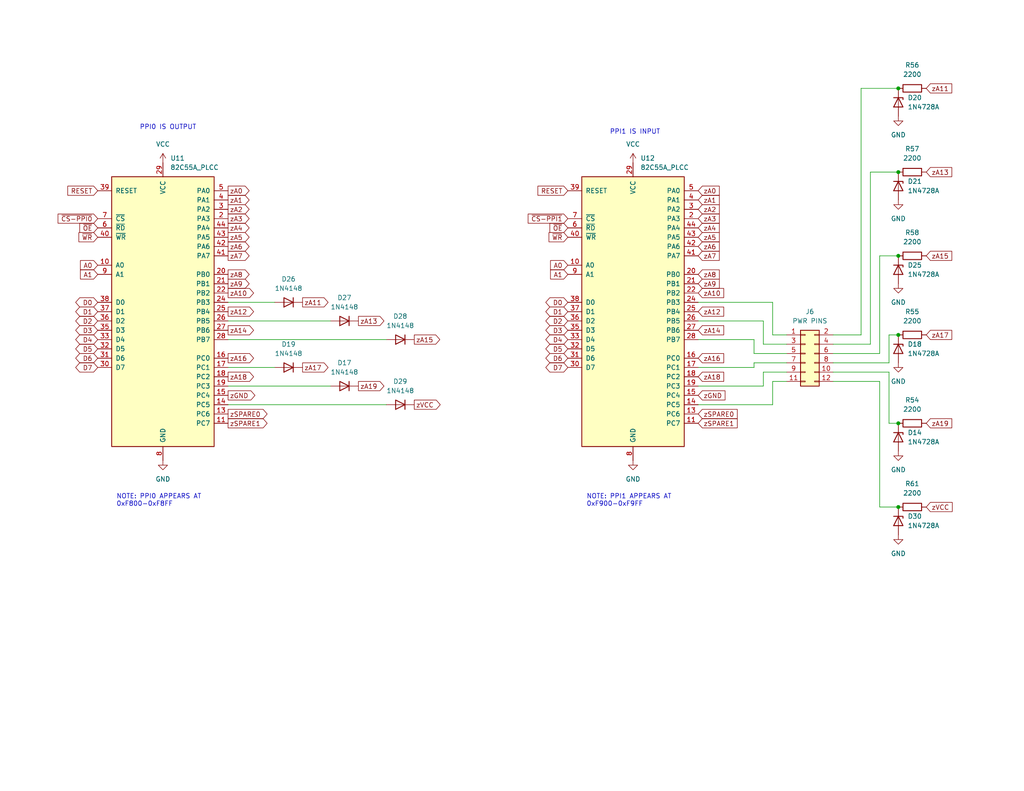
<source format=kicad_sch>
(kicad_sch (version 20211123) (generator eeschema)
  (paper "A")
  (lib_symbols
    (symbol "Connector_Generic:Conn_02x06_Odd_Even" (pin_names (offset 1.016) hide)
      (property "Reference" "J" (at 1.27 7.62 0))
      (property "Value" "Conn_02x06_Odd_Even" (at 1.27 -10.16 0))
      (symbol "Conn_02x06_Odd_Even_1_1"
        (rectangle (start -1.27 -7.493) (end 0 -7.747) (stroke (width 0.1524)))
        (rectangle (start -1.27 -4.953) (end 0 -5.207) (stroke (width 0.1524)))
        (rectangle (start -1.27 -2.413) (end 0 -2.667) (stroke (width 0.1524)))
        (rectangle (start -1.27 0.127) (end 0 -0.127) (stroke (width 0.1524)))
        (rectangle (start -1.27 2.667) (end 0 2.413) (stroke (width 0.1524)))
        (rectangle (start -1.27 5.207) (end 0 4.953) (stroke (width 0.1524)))
        (rectangle (start -1.27 6.35) (end 3.81 -8.89) (stroke (width 0.254)) (fill (type background)))
        (rectangle (start 3.81 -7.493) (end 2.54 -7.747) (stroke (width 0.1524)))
        (rectangle (start 3.81 -4.953) (end 2.54 -5.207) (stroke (width 0.1524)))
        (rectangle (start 3.81 -2.413) (end 2.54 -2.667) (stroke (width 0.1524)))
        (rectangle (start 3.81 0.127) (end 2.54 -0.127) (stroke (width 0.1524)))
        (rectangle (start 3.81 2.667) (end 2.54 2.413) (stroke (width 0.1524)))
        (rectangle (start 3.81 5.207) (end 2.54 4.953) (stroke (width 0.1524)))
        (pin passive line (at -5.08 5.08 0) (length 3.81) (name "Pin_1") (number "1"))
        (pin passive line (at 7.62 -5.08 180) (length 3.81) (name "Pin_10") (number "10"))
        (pin passive line (at -5.08 -7.62 0) (length 3.81) (name "Pin_11") (number "11"))
        (pin passive line (at 7.62 -7.62 180) (length 3.81) (name "Pin_12") (number "12"))
        (pin passive line (at 7.62 5.08 180) (length 3.81) (name "Pin_2") (number "2"))
        (pin passive line (at -5.08 2.54 0) (length 3.81) (name "Pin_3") (number "3"))
        (pin passive line (at 7.62 2.54 180) (length 3.81) (name "Pin_4") (number "4"))
        (pin passive line (at -5.08 0 0) (length 3.81) (name "Pin_5") (number "5"))
        (pin passive line (at 7.62 0 180) (length 3.81) (name "Pin_6") (number "6"))
        (pin passive line (at -5.08 -2.54 0) (length 3.81) (name "Pin_7") (number "7"))
        (pin passive line (at 7.62 -2.54 180) (length 3.81) (name "Pin_8") (number "8"))
        (pin passive line (at -5.08 -5.08 0) (length 3.81) (name "Pin_9") (number "9"))
      )
    )
    (symbol "Device:R" (pin_numbers hide) (pin_names (offset 0))
      (property "Reference" "R" (at 2.032 0 90))
      (property "Value" "R" (at 0 0 90))
      (symbol "R_0_1"
        (rectangle (start -1.016 -2.54) (end 1.016 2.54) (stroke (width 0.254)))
      )
      (symbol "R_1_1"
        (pin passive line (at 0 3.81 270) (length 1.27) (name "~") (number "1"))
        (pin passive line (at 0 -3.81 90) (length 1.27) (name "~") (number "2"))
      )
    )
    (symbol "Diode:1N4148" (pin_numbers hide) (pin_names hide)
      (property "Reference" "D" (at 0 2.54 0))
      (property "Value" "1N4148" (at 0 -2.54 0))
      (symbol "1N4148_0_1"
        (polyline (pts (xy -1.27 1.27) (xy -1.27 -1.27)) (stroke (width 0.254)))
        (polyline (pts (xy 1.27 0) (xy -1.27 0)))
        (polyline (pts (xy 1.27 1.27) (xy 1.27 -1.27) (xy -1.27 0) (xy 1.27 1.27)) (stroke (width 0.254)))
      )
      (symbol "1N4148_1_1"
        (pin passive line (at -3.81 0 0) (length 2.54) (name "K") (number "1"))
        (pin passive line (at 3.81 0 180) (length 2.54) (name "A") (number "2"))
      )
    )
    (symbol "Diode:1N47xxA" (pin_numbers hide) (pin_names hide)
      (property "Reference" "D" (at 0 2.54 0))
      (property "Value" "1N47xxA" (at 0 -2.54 0))
      (symbol "1N47xxA_0_1"
        (polyline (pts (xy 1.27 0) (xy -1.27 0)))
        (polyline (pts (xy -1.27 -1.27) (xy -1.27 1.27) (xy -0.762 1.27)) (stroke (width 0.254)))
        (polyline (pts (xy 1.27 -1.27) (xy 1.27 1.27) (xy -1.27 0) (xy 1.27 -1.27)) (stroke (width 0.254)))
      )
      (symbol "1N47xxA_1_1"
        (pin passive line (at -3.81 0 0) (length 2.54) (name "K") (number "1"))
        (pin passive line (at 3.81 0 180) (length 2.54) (name "A") (number "2"))
      )
    )
    (symbol "Interface:82C55A_PLCC" (pin_names (offset 1.016))
      (property "Reference" "U" (at -13.97 38.1 0))
      (property "Value" "82C55A_PLCC" (at 8.89 38.1 0))
      (symbol "82C55A_PLCC_1_1"
        (rectangle (start -13.97 -36.83) (end 13.97 36.83) (stroke (width 0.254)) (fill (type background)))
        (pin no_connect line (at -17.78 -22.86 0) (length 5.08) hide (name "NC") (number "1"))
        (pin input line (at -17.78 12.7 0) (length 3.81) (name "A0") (number "10"))
        (pin bidirectional line (at 17.78 -30.48 180) (length 3.81) (name "PC7") (number "11"))
        (pin no_connect line (at -17.78 -25.4 0) (length 5.08) hide (name "NC") (number "12"))
        (pin bidirectional line (at 17.78 -27.94 180) (length 3.81) (name "PC6") (number "13"))
        (pin bidirectional line (at 17.78 -25.4 180) (length 3.81) (name "PC5") (number "14"))
        (pin bidirectional line (at 17.78 -22.86 180) (length 3.81) (name "PC4") (number "15"))
        (pin bidirectional line (at 17.78 -12.7 180) (length 3.81) (name "PC0") (number "16"))
        (pin bidirectional line (at 17.78 -15.24 180) (length 3.81) (name "PC1") (number "17"))
        (pin bidirectional line (at 17.78 -17.78 180) (length 3.81) (name "PC2") (number "18"))
        (pin bidirectional line (at 17.78 -20.32 180) (length 3.81) (name "PC3") (number "19"))
        (pin bidirectional line (at 17.78 25.4 180) (length 3.81) (name "PA3") (number "2"))
        (pin bidirectional line (at 17.78 10.16 180) (length 3.81) (name "PB0") (number "20"))
        (pin bidirectional line (at 17.78 7.62 180) (length 3.81) (name "PB1") (number "21"))
        (pin bidirectional line (at 17.78 5.08 180) (length 3.81) (name "PB2") (number "22"))
        (pin no_connect line (at -17.78 -27.94 0) (length 5.08) hide (name "NC") (number "23"))
        (pin bidirectional line (at 17.78 2.54 180) (length 3.81) (name "PB3") (number "24"))
        (pin bidirectional line (at 17.78 0 180) (length 3.81) (name "PB4") (number "25"))
        (pin bidirectional line (at 17.78 -2.54 180) (length 3.81) (name "PB5") (number "26"))
        (pin bidirectional line (at 17.78 -5.08 180) (length 3.81) (name "PB6") (number "27"))
        (pin bidirectional line (at 17.78 -7.62 180) (length 3.81) (name "PB7") (number "28"))
        (pin power_in line (at 0 40.64 270) (length 3.81) (name "VCC") (number "29"))
        (pin bidirectional line (at 17.78 27.94 180) (length 3.81) (name "PA2") (number "3"))
        (pin bidirectional line (at -17.78 -15.24 0) (length 3.81) (name "D7") (number "30"))
        (pin bidirectional line (at -17.78 -12.7 0) (length 3.81) (name "D6") (number "31"))
        (pin bidirectional line (at -17.78 -10.16 0) (length 3.81) (name "D5") (number "32"))
        (pin bidirectional line (at -17.78 -7.62 0) (length 3.81) (name "D4") (number "33"))
        (pin no_connect line (at -17.78 -30.48 0) (length 5.08) hide (name "NC") (number "34"))
        (pin bidirectional line (at -17.78 -5.08 0) (length 3.81) (name "D3") (number "35"))
        (pin bidirectional line (at -17.78 -2.54 0) (length 3.81) (name "D2") (number "36"))
        (pin bidirectional line (at -17.78 0 0) (length 3.81) (name "D1") (number "37"))
        (pin bidirectional line (at -17.78 2.54 0) (length 3.81) (name "D0") (number "38"))
        (pin input line (at -17.78 33.02 0) (length 3.81) (name "RESET") (number "39"))
        (pin bidirectional line (at 17.78 30.48 180) (length 3.81) (name "PA1") (number "4"))
        (pin input line (at -17.78 20.32 0) (length 3.81) (name "~{WR}") (number "40"))
        (pin bidirectional line (at 17.78 15.24 180) (length 3.81) (name "PA7") (number "41"))
        (pin bidirectional line (at 17.78 17.78 180) (length 3.81) (name "PA6") (number "42"))
        (pin bidirectional line (at 17.78 20.32 180) (length 3.81) (name "PA5") (number "43"))
        (pin bidirectional line (at 17.78 22.86 180) (length 3.81) (name "PA4") (number "44"))
        (pin bidirectional line (at 17.78 33.02 180) (length 3.81) (name "PA0") (number "5"))
        (pin input line (at -17.78 22.86 0) (length 3.81) (name "~{RD}") (number "6"))
        (pin input line (at -17.78 25.4 0) (length 3.81) (name "~{CS}") (number "7"))
        (pin power_in line (at 0 -40.64 90) (length 3.81) (name "GND") (number "8"))
        (pin input line (at -17.78 10.16 0) (length 3.81) (name "A1") (number "9"))
      )
    )
    (symbol "power:GND" (power) (pin_names (offset 0))
      (property "Value" "GND" (at 0 -3.81 0))
      (symbol "GND_0_1"
        (polyline (pts (xy 0 0) (xy 0 -1.27) (xy 1.27 -1.27) (xy 0 -2.54) (xy -1.27 -1.27) (xy 0 -1.27)))
      )
      (symbol "GND_1_1"
        (pin power_in line (at 0 0 270) (length 0) hide (name "GND") (number "1"))
      )
    )
    (symbol "power:VCC" (power) (pin_names (offset 0))
      (property "Value" "VCC" (at 0 3.81 0))
      (symbol "VCC_0_1"
        (polyline (pts (xy -0.762 1.27) (xy 0 2.54)))
        (polyline (pts (xy 0 0) (xy 0 2.54)))
        (polyline (pts (xy 0 2.54) (xy 0.762 1.27)))
      )
      (symbol "VCC_1_1"
        (pin power_in line (at 0 0 90) (length 0) hide (name "VCC") (number "1"))
      )
    )
  )
  (junction (at 245.11 91.44))
  (junction (at 245.11 115.57))
  (junction (at 245.11 24.13))
  (junction (at 245.11 138.43))
  (junction (at 245.11 69.85))
  (junction (at 245.11 46.99))
  (wire (pts (xy 190.5 92.71) (xy 205.74 92.71)))
  (wire (pts (xy 205.74 92.71) (xy 205.74 96.52)))
  (wire (pts (xy 240.03 138.43) (xy 240.03 104.14)))
  (wire (pts (xy 242.57 101.6) (xy 242.57 115.57)))
  (wire (pts (xy 227.33 101.6) (xy 242.57 101.6)))
  (wire (pts (xy 208.28 87.63) (xy 190.5 87.63)))
  (wire (pts (xy 242.57 91.44) (xy 245.11 91.44)))
  (wire (pts (xy 242.57 115.57) (xy 245.11 115.57)))
  (wire (pts (xy 62.23 100.33) (xy 74.93 100.33)))
  (wire (pts (xy 205.74 99.06) (xy 205.74 100.33)))
  (wire (pts (xy 227.33 96.52) (xy 240.03 96.52)))
  (wire (pts (xy 210.82 91.44) (xy 214.63 91.44)))
  (wire (pts (xy 190.5 100.33) (xy 205.74 100.33)))
  (wire (pts (xy 190.5 105.41) (xy 208.28 105.41)))
  (wire (pts (xy 205.74 96.52) (xy 214.63 96.52)))
  (wire (pts (xy 227.33 104.14) (xy 240.03 104.14)))
  (wire (pts (xy 242.57 91.44) (xy 242.57 99.06)))
  (wire (pts (xy 210.82 110.49) (xy 190.5 110.49)))
  (wire (pts (xy 210.82 82.55) (xy 210.82 91.44)))
  (wire (pts (xy 190.5 82.55) (xy 210.82 82.55)))
  (wire (pts (xy 234.95 91.44) (xy 234.95 24.13)))
  (wire (pts (xy 214.63 99.06) (xy 205.74 99.06)))
  (wire (pts (xy 240.03 69.85) (xy 240.03 96.52)))
  (wire (pts (xy 237.49 46.99) (xy 245.11 46.99)))
  (wire (pts (xy 208.28 105.41) (xy 208.28 101.6)))
  (wire (pts (xy 237.49 46.99) (xy 237.49 93.98)))
  (wire (pts (xy 227.33 93.98) (xy 237.49 93.98)))
  (wire (pts (xy 234.95 24.13) (xy 245.11 24.13)))
  (wire (pts (xy 227.33 91.44) (xy 234.95 91.44)))
  (wire (pts (xy 240.03 138.43) (xy 245.11 138.43)))
  (wire (pts (xy 210.82 104.14) (xy 210.82 110.49)))
  (wire (pts (xy 208.28 101.6) (xy 214.63 101.6)))
  (wire (pts (xy 62.23 82.55) (xy 74.93 82.55)))
  (wire (pts (xy 214.63 93.98) (xy 208.28 93.98)))
  (wire (pts (xy 208.28 93.98) (xy 208.28 87.63)))
  (wire (pts (xy 240.03 69.85) (xy 245.11 69.85)))
  (wire (pts (xy 214.63 104.14) (xy 210.82 104.14)))
  (wire (pts (xy 227.33 99.06) (xy 242.57 99.06)))
  (wire (pts (xy 62.23 87.63) (xy 90.17 87.63)))
  (wire (pts (xy 62.23 92.71) (xy 105.41 92.71)))
  (wire (pts (xy 62.23 110.49) (xy 105.41 110.49)))
  (wire (pts (xy 62.23 105.41) (xy 90.17 105.41)))
  (text "PPI1 IS INPUT" (at 166.37 36.83 0) (effects (font (size 1.27 1.27)) (justify left bottom)))
  (text "NOTE: PPI0 APPEARS AT\n0xF800-0xF8FF" (at 31.75 138.43 0) (effects (font (size 1.27 1.27)) (justify left bottom)))
  (text "PPI0 IS OUTPUT" (at 38.1 35.56 0) (effects (font (size 1.27 1.27)) (justify left bottom)))
  (text "NOTE: PPI1 APPEARS AT\n0xF900-0xF9FF" (at 160.02 138.43 0) (effects (font (size 1.27 1.27)) (justify left bottom)))
  (global_label "~{WR}" (shape input) (at 154.94 64.77 180) (property "Intersheet References" "${INTERSHEET_REFS}" (effects hide)))
  (global_label "D4" (shape bidirectional) (at 154.94 92.71 180) (property "Intersheet References" "${INTERSHEET_REFS}" (effects hide)))
  (global_label "zA8" (shape input) (at 190.5 74.93 0) (property "Intersheet References" "${INTERSHEET_REFS}" (effects hide)))
  (global_label "D1" (shape bidirectional) (at 154.94 85.09 180) (property "Intersheet References" "${INTERSHEET_REFS}" (effects hide)))
  (global_label "zA1" (shape input) (at 190.5 54.61 0) (property "Intersheet References" "${INTERSHEET_REFS}" (effects hide)))
  (global_label "A1" (shape input) (at 154.94 74.93 180) (property "Intersheet References" "${INTERSHEET_REFS}" (effects hide)))
  (global_label "zA10" (shape output) (at 62.23 80.01 0) (property "Intersheet References" "${INTERSHEET_REFS}" (effects hide)))
  (global_label "~{OE}" (shape input) (at 26.67 62.23 180) (property "Intersheet References" "${INTERSHEET_REFS}" (effects hide)))
  (global_label "zA14" (shape input) (at 190.5 90.17 0) (property "Intersheet References" "${INTERSHEET_REFS}" (effects hide)))
  (global_label "RESET" (shape input) (at 26.67 52.07 180) (property "Intersheet References" "${INTERSHEET_REFS}" (effects hide)))
  (global_label "D5" (shape bidirectional) (at 26.67 95.25 180) (property "Intersheet References" "${INTERSHEET_REFS}" (effects hide)))
  (global_label "zVCC" (shape output) (at 113.03 110.49 0) (property "Intersheet References" "${INTERSHEET_REFS}" (effects hide)))
  (global_label "D0" (shape bidirectional) (at 26.67 82.55 180) (property "Intersheet References" "${INTERSHEET_REFS}" (effects hide)))
  (global_label "~{CS-PPI0}" (shape input) (at 26.67 59.69 180) (property "Intersheet References" "${INTERSHEET_REFS}" (effects hide)))
  (global_label "zA18" (shape input) (at 190.5 102.87 0) (property "Intersheet References" "${INTERSHEET_REFS}" (effects hide)))
  (global_label "zA17" (shape output) (at 82.55 100.33 0) (property "Intersheet References" "${INTERSHEET_REFS}" (effects hide)))
  (global_label "zA16" (shape input) (at 190.5 97.79 0) (property "Intersheet References" "${INTERSHEET_REFS}" (effects hide)))
  (global_label "zA10" (shape input) (at 190.5 80.01 0) (property "Intersheet References" "${INTERSHEET_REFS}" (effects hide)))
  (global_label "D5" (shape bidirectional) (at 154.94 95.25 180) (property "Intersheet References" "${INTERSHEET_REFS}" (effects hide)))
  (global_label "zA6" (shape output) (at 62.23 67.31 0) (property "Intersheet References" "${INTERSHEET_REFS}" (effects hide)))
  (global_label "D1" (shape bidirectional) (at 26.67 85.09 180) (property "Intersheet References" "${INTERSHEET_REFS}" (effects hide)))
  (global_label "zA2" (shape input) (at 190.5 57.15 0) (property "Intersheet References" "${INTERSHEET_REFS}" (effects hide)))
  (global_label "zA18" (shape output) (at 62.23 102.87 0) (property "Intersheet References" "${INTERSHEET_REFS}" (effects hide)))
  (global_label "zA16" (shape output) (at 62.23 97.79 0) (property "Intersheet References" "${INTERSHEET_REFS}" (effects hide)))
  (global_label "zA12" (shape output) (at 62.23 85.09 0) (property "Intersheet References" "${INTERSHEET_REFS}" (effects hide)))
  (global_label "D7" (shape bidirectional) (at 26.67 100.33 180) (property "Intersheet References" "${INTERSHEET_REFS}" (effects hide)))
  (global_label "D6" (shape bidirectional) (at 154.94 97.79 180) (property "Intersheet References" "${INTERSHEET_REFS}" (effects hide)))
  (global_label "zA13" (shape output) (at 97.79 87.63 0) (property "Intersheet References" "${INTERSHEET_REFS}" (effects hide)))
  (global_label "zA0" (shape output) (at 62.23 52.07 0) (property "Intersheet References" "${INTERSHEET_REFS}" (effects hide)))
  (global_label "A1" (shape input) (at 26.67 74.93 180) (property "Intersheet References" "${INTERSHEET_REFS}" (effects hide)))
  (global_label "D2" (shape bidirectional) (at 26.67 87.63 180) (property "Intersheet References" "${INTERSHEET_REFS}" (effects hide)))
  (global_label "zA3" (shape input) (at 190.5 59.69 0) (property "Intersheet References" "${INTERSHEET_REFS}" (effects hide)))
  (global_label "D0" (shape bidirectional) (at 154.94 82.55 180) (property "Intersheet References" "${INTERSHEET_REFS}" (effects hide)))
  (global_label "zA13" (shape input) (at 252.73 46.99 0) (property "Intersheet References" "${INTERSHEET_REFS}" (effects hide)))
  (global_label "zA3" (shape output) (at 62.23 59.69 0) (property "Intersheet References" "${INTERSHEET_REFS}" (effects hide)))
  (global_label "zA9" (shape input) (at 190.5 77.47 0) (property "Intersheet References" "${INTERSHEET_REFS}" (effects hide)))
  (global_label "zVCC" (shape input) (at 252.73 138.43 0) (property "Intersheet References" "${INTERSHEET_REFS}" (effects hide)))
  (global_label "zA7" (shape input) (at 190.5 69.85 0) (property "Intersheet References" "${INTERSHEET_REFS}" (effects hide)))
  (global_label "zA8" (shape output) (at 62.23 74.93 0) (property "Intersheet References" "${INTERSHEET_REFS}" (effects hide)))
  (global_label "zA11" (shape input) (at 252.73 24.13 0) (property "Intersheet References" "${INTERSHEET_REFS}" (effects hide)))
  (global_label "zA4" (shape output) (at 62.23 62.23 0) (property "Intersheet References" "${INTERSHEET_REFS}" (effects hide)))
  (global_label "A0" (shape input) (at 26.67 72.39 180) (property "Intersheet References" "${INTERSHEET_REFS}" (effects hide)))
  (global_label "zA5" (shape output) (at 62.23 64.77 0) (property "Intersheet References" "${INTERSHEET_REFS}" (effects hide)))
  (global_label "D3" (shape bidirectional) (at 154.94 90.17 180) (property "Intersheet References" "${INTERSHEET_REFS}" (effects hide)))
  (global_label "~{OE}" (shape input) (at 154.94 62.23 180) (property "Intersheet References" "${INTERSHEET_REFS}" (effects hide)))
  (global_label "~{WR}" (shape input) (at 26.67 64.77 180) (property "Intersheet References" "${INTERSHEET_REFS}" (effects hide)))
  (global_label "zA17" (shape input) (at 252.73 91.44 0) (property "Intersheet References" "${INTERSHEET_REFS}" (effects hide)))
  (global_label "zA15" (shape input) (at 252.73 69.85 0) (property "Intersheet References" "${INTERSHEET_REFS}" (effects hide)))
  (global_label "zA11" (shape output) (at 82.55 82.55 0) (property "Intersheet References" "${INTERSHEET_REFS}" (effects hide)))
  (global_label "~{CS-PPI1}" (shape input) (at 154.94 59.69 180) (property "Intersheet References" "${INTERSHEET_REFS}" (effects hide)))
  (global_label "zA14" (shape output) (at 62.23 90.17 0) (property "Intersheet References" "${INTERSHEET_REFS}" (effects hide)))
  (global_label "RESET" (shape input) (at 154.94 52.07 180) (property "Intersheet References" "${INTERSHEET_REFS}" (effects hide)))
  (global_label "zA9" (shape output) (at 62.23 77.47 0) (property "Intersheet References" "${INTERSHEET_REFS}" (effects hide)))
  (global_label "D7" (shape bidirectional) (at 154.94 100.33 180) (property "Intersheet References" "${INTERSHEET_REFS}" (effects hide)))
  (global_label "zA19" (shape output) (at 97.79 105.41 0) (property "Intersheet References" "${INTERSHEET_REFS}" (effects hide)))
  (global_label "D6" (shape bidirectional) (at 26.67 97.79 180) (property "Intersheet References" "${INTERSHEET_REFS}" (effects hide)))
  (global_label "zA4" (shape input) (at 190.5 62.23 0) (property "Intersheet References" "${INTERSHEET_REFS}" (effects hide)))
  (global_label "D2" (shape bidirectional) (at 154.94 87.63 180) (property "Intersheet References" "${INTERSHEET_REFS}" (effects hide)))
  (global_label "zSPARE1" (shape output) (at 62.23 115.57 0) (property "Intersheet References" "${INTERSHEET_REFS}" (effects hide)))
  (global_label "zA2" (shape output) (at 62.23 57.15 0) (property "Intersheet References" "${INTERSHEET_REFS}" (effects hide)))
  (global_label "zSPARE0" (shape input) (at 190.5 113.03 0) (property "Intersheet References" "${INTERSHEET_REFS}" (effects hide)))
  (global_label "zGND" (shape output) (at 62.23 107.95 0) (property "Intersheet References" "${INTERSHEET_REFS}" (effects hide)))
  (global_label "D4" (shape bidirectional) (at 26.67 92.71 180) (property "Intersheet References" "${INTERSHEET_REFS}" (effects hide)))
  (global_label "zA7" (shape output) (at 62.23 69.85 0) (property "Intersheet References" "${INTERSHEET_REFS}" (effects hide)))
  (global_label "D3" (shape bidirectional) (at 26.67 90.17 180) (property "Intersheet References" "${INTERSHEET_REFS}" (effects hide)))
  (global_label "zA0" (shape input) (at 190.5 52.07 0) (property "Intersheet References" "${INTERSHEET_REFS}" (effects hide)))
  (global_label "zSPARE0" (shape output) (at 62.23 113.03 0) (property "Intersheet References" "${INTERSHEET_REFS}" (effects hide)))
  (global_label "zA12" (shape input) (at 190.5 85.09 0) (property "Intersheet References" "${INTERSHEET_REFS}" (effects hide)))
  (global_label "zA19" (shape input) (at 252.73 115.57 0) (property "Intersheet References" "${INTERSHEET_REFS}" (effects hide)))
  (global_label "zA5" (shape input) (at 190.5 64.77 0) (property "Intersheet References" "${INTERSHEET_REFS}" (effects hide)))
  (global_label "zSPARE1" (shape input) (at 190.5 115.57 0) (property "Intersheet References" "${INTERSHEET_REFS}" (effects hide)))
  (global_label "zA1" (shape output) (at 62.23 54.61 0) (property "Intersheet References" "${INTERSHEET_REFS}" (effects hide)))
  (global_label "A0" (shape input) (at 154.94 72.39 180) (property "Intersheet References" "${INTERSHEET_REFS}" (effects hide)))
  (global_label "zA6" (shape input) (at 190.5 67.31 0) (property "Intersheet References" "${INTERSHEET_REFS}" (effects hide)))
  (global_label "zA15" (shape output) (at 113.03 92.71 0) (property "Intersheet References" "${INTERSHEET_REFS}" (effects hide)))
  (global_label "zGND" (shape input) (at 190.5 107.95 0) (property "Intersheet References" "${INTERSHEET_REFS}" (effects hide)))
  (symbol (lib_id "Interface:82C55A_PLCC") (at 172.72 85.09 0) (unit 1)
    (property "Reference" "U12" (at 174.7394 43.18 0) (effects (justify left)))
    (property "Value" "82C55A_PLCC" (at 174.7394 45.72 0) (effects (justify left)))
    (property "Footprint" "Package_LCC:PLCC-44_THT-Socket" (effects hide))
    (property "Datasheet" "http://jap.hu/electronic/8255.pdf" (effects hide))
  )
  (symbol (lib_id "Diode:1N4148") (at 93.98 105.41 180) (unit 1)
    (property "Reference" "D17" (at 93.98 99.06 0))
    (property "Value" "1N4148" (at 93.98 101.6 0))
    (property "Footprint" "Diode_THT:D_DO-35_SOD27_P7.62mm_Horizontal" (effects hide))
    (property "Datasheet" "https://assets.nexperia.com/documents/data-sheet/1N4148_1N4448.pdf" (effects hide))
  )
  (symbol (lib_id "Diode:1N47xxA") (at 245.11 73.66 270) (unit 1)
    (property "Reference" "D25" (at 247.65 72.3899 90) (effects (justify left)))
    (property "Value" "1N4728A" (at 247.65 74.9299 90) (effects (justify left)))
    (property "Footprint" "Diode_THT:D_DO-41_SOD81_P10.16mm_Horizontal" (effects hide))
    (property "Datasheet" "https://www.vishay.com/docs/85816/1n4728a.pdf" (effects hide))
  )
  (symbol (lib_id "Diode:1N47xxA") (at 245.11 50.8 270) (unit 1)
    (property "Reference" "D21" (at 247.65 49.5299 90) (effects (justify left)))
    (property "Value" "1N4728A" (at 247.65 52.0699 90) (effects (justify left)))
    (property "Footprint" "Diode_THT:D_DO-41_SOD81_P10.16mm_Horizontal" (effects hide))
    (property "Datasheet" "https://www.vishay.com/docs/85816/1n4728a.pdf" (effects hide))
  )
  (symbol (lib_id "Diode:1N4148") (at 109.22 110.49 180) (unit 1)
    (property "Reference" "D29" (at 109.22 104.14 0))
    (property "Value" "1N4148" (at 109.22 106.68 0))
    (property "Footprint" "Diode_THT:D_DO-35_SOD27_P7.62mm_Horizontal" (effects hide))
    (property "Datasheet" "https://assets.nexperia.com/documents/data-sheet/1N4148_1N4448.pdf" (effects hide))
  )
  (symbol (lib_id "power:GND") (at 245.11 99.06 0) (unit 1)
    (property "Reference" "#PWR036" (effects hide))
    (property "Value" "GND" (at 245.11 104.14 0))
  )
  (symbol (lib_id "Diode:1N47xxA") (at 245.11 27.94 270) (unit 1)
    (property "Reference" "D20" (at 247.65 26.6699 90) (effects (justify left)))
    (property "Value" "1N4728A" (at 247.65 29.2099 90) (effects (justify left)))
    (property "Footprint" "Diode_THT:D_DO-41_SOD81_P10.16mm_Horizontal" (effects hide))
    (property "Datasheet" "https://www.vishay.com/docs/85816/1n4728a.pdf" (effects hide))
  )
  (symbol (lib_id "power:GND") (at 44.45 125.73 0) (unit 1)
    (property "Reference" "#PWR027" (effects hide))
    (property "Value" "GND" (at 44.45 130.81 0))
  )
  (symbol (lib_id "Device:R") (at 248.92 91.44 90) (unit 1)
    (property "Reference" "R55" (at 248.92 85.09 90))
    (property "Value" "2200" (at 248.92 87.63 90))
    (property "Footprint" "Resistor_THT:R_Axial_DIN0207_L6.3mm_D2.5mm_P7.62mm_Horizontal" (effects hide))
  )
  (symbol (lib_id "Device:R") (at 248.92 46.99 90) (unit 1)
    (property "Reference" "R57" (at 248.92 40.64 90))
    (property "Value" "2200" (at 248.92 43.18 90))
    (property "Footprint" "Resistor_THT:R_Axial_DIN0207_L6.3mm_D2.5mm_P7.62mm_Horizontal" (effects hide))
  )
  (symbol (lib_id "Diode:1N4148") (at 109.22 92.71 180) (unit 1)
    (property "Reference" "D28" (at 109.22 86.36 0))
    (property "Value" "1N4148" (at 109.22 88.9 0))
    (property "Footprint" "Diode_THT:D_DO-35_SOD27_P7.62mm_Horizontal" (effects hide))
    (property "Datasheet" "https://assets.nexperia.com/documents/data-sheet/1N4148_1N4448.pdf" (effects hide))
  )
  (symbol (lib_id "power:VCC") (at 172.72 44.45 0) (unit 1)
    (property "Reference" "#PWR028" (effects hide))
    (property "Value" "VCC" (at 172.72 39.37 0))
  )
  (symbol (lib_id "Diode:1N4148") (at 78.74 82.55 180) (unit 1)
    (property "Reference" "D26" (at 78.74 76.2 0))
    (property "Value" "1N4148" (at 78.74 78.74 0))
    (property "Footprint" "Diode_THT:D_DO-35_SOD27_P7.62mm_Horizontal" (effects hide))
    (property "Datasheet" "https://assets.nexperia.com/documents/data-sheet/1N4148_1N4448.pdf" (effects hide))
  )
  (symbol (lib_id "power:GND") (at 245.11 54.61 0) (unit 1)
    (property "Reference" "#PWR038" (effects hide))
    (property "Value" "GND" (at 245.11 59.69 0))
  )
  (symbol (lib_id "power:GND") (at 245.11 31.75 0) (unit 1)
    (property "Reference" "#PWR037" (effects hide))
    (property "Value" "GND" (at 245.11 36.83 0))
  )
  (symbol (lib_id "power:GND") (at 245.11 77.47 0) (unit 1)
    (property "Reference" "#PWR039" (effects hide))
    (property "Value" "GND" (at 245.11 82.55 0))
  )
  (symbol (lib_id "Device:R") (at 248.92 138.43 90) (unit 1)
    (property "Reference" "R61" (at 248.92 132.08 90))
    (property "Value" "2200" (at 248.92 134.62 90))
    (property "Footprint" "Resistor_THT:R_Axial_DIN0207_L6.3mm_D2.5mm_P7.62mm_Horizontal" (effects hide))
  )
  (symbol (lib_id "power:GND") (at 172.72 125.73 0) (unit 1)
    (property "Reference" "#PWR029" (effects hide))
    (property "Value" "GND" (at 172.72 130.81 0))
  )
  (symbol (lib_id "Device:R") (at 248.92 69.85 90) (unit 1)
    (property "Reference" "R58" (at 248.92 63.5 90))
    (property "Value" "2200" (at 248.92 66.04 90))
    (property "Footprint" "Resistor_THT:R_Axial_DIN0207_L6.3mm_D2.5mm_P7.62mm_Horizontal" (effects hide))
  )
  (symbol (lib_id "Diode:1N47xxA") (at 245.11 142.24 270) (unit 1)
    (property "Reference" "D30" (at 247.65 140.9699 90) (effects (justify left)))
    (property "Value" "1N4728A" (at 247.65 143.5099 90) (effects (justify left)))
    (property "Footprint" "Diode_THT:D_DO-41_SOD81_P10.16mm_Horizontal" (effects hide))
    (property "Datasheet" "https://www.vishay.com/docs/85816/1n4728a.pdf" (effects hide))
  )
  (symbol (lib_id "Connector_Generic:Conn_02x06_Odd_Even") (at 219.71 96.52 0) (unit 1)
    (property "Reference" "J6" (at 220.98 85.09 0))
    (property "Value" "PWR PINS" (at 220.98 87.63 0))
    (property "Footprint" "Connector_PinHeader_2.54mm:PinHeader_2x06_P2.54mm_Vertical" (effects hide))
  )
  (symbol (lib_id "power:GND") (at 245.11 146.05 0) (unit 1)
    (property "Reference" "#PWR070" (effects hide))
    (property "Value" "GND" (at 245.11 151.13 0))
  )
  (symbol (lib_id "Device:R") (at 248.92 24.13 90) (unit 1)
    (property "Reference" "R56" (at 248.92 17.78 90))
    (property "Value" "2200" (at 248.92 20.32 90))
    (property "Footprint" "Resistor_THT:R_Axial_DIN0207_L6.3mm_D2.5mm_P7.62mm_Horizontal" (effects hide))
  )
  (symbol (lib_id "Diode:1N4148") (at 78.74 100.33 180) (unit 1)
    (property "Reference" "D19" (at 78.74 93.98 0))
    (property "Value" "1N4148" (at 78.74 96.52 0))
    (property "Footprint" "Diode_THT:D_DO-35_SOD27_P7.62mm_Horizontal" (effects hide))
    (property "Datasheet" "https://assets.nexperia.com/documents/data-sheet/1N4148_1N4448.pdf" (effects hide))
  )
  (symbol (lib_id "power:GND") (at 245.11 123.19 0) (unit 1)
    (property "Reference" "#PWR033" (effects hide))
    (property "Value" "GND" (at 245.11 128.27 0))
  )
  (symbol (lib_id "Interface:82C55A_PLCC") (at 44.45 85.09 0) (unit 1)
    (property "Reference" "U11" (at 46.4694 43.18 0) (effects (justify left)))
    (property "Value" "82C55A_PLCC" (at 46.4694 45.72 0) (effects (justify left)))
    (property "Footprint" "Package_LCC:PLCC-44_THT-Socket" (effects hide))
    (property "Datasheet" "http://jap.hu/electronic/8255.pdf" (effects hide))
  )
  (symbol (lib_id "Diode:1N4148") (at 93.98 87.63 180) (unit 1)
    (property "Reference" "D27" (at 93.98 81.28 0))
    (property "Value" "1N4148" (at 93.98 83.82 0))
    (property "Footprint" "Diode_THT:D_DO-35_SOD27_P7.62mm_Horizontal" (effects hide))
    (property "Datasheet" "https://assets.nexperia.com/documents/data-sheet/1N4148_1N4448.pdf" (effects hide))
  )
  (symbol (lib_id "Diode:1N47xxA") (at 245.11 119.38 270) (unit 1)
    (property "Reference" "D14" (at 247.65 118.1099 90) (effects (justify left)))
    (property "Value" "1N4728A" (at 247.65 120.6499 90) (effects (justify left)))
    (property "Footprint" "Diode_THT:D_DO-41_SOD81_P10.16mm_Horizontal" (effects hide))
    (property "Datasheet" "https://www.vishay.com/docs/85816/1n4728a.pdf" (effects hide))
  )
  (symbol (lib_id "Device:R") (at 248.92 115.57 90) (unit 1)
    (property "Reference" "R54" (at 248.92 109.22 90))
    (property "Value" "2200" (at 248.92 111.76 90))
    (property "Footprint" "Resistor_THT:R_Axial_DIN0207_L6.3mm_D2.5mm_P7.62mm_Horizontal" (effects hide))
  )
  (symbol (lib_id "Diode:1N47xxA") (at 245.11 95.25 270) (unit 1)
    (property "Reference" "D18" (at 247.65 93.9799 90) (effects (justify left)))
    (property "Value" "1N4728A" (at 247.65 96.5199 90) (effects (justify left)))
    (property "Footprint" "Diode_THT:D_DO-41_SOD81_P10.16mm_Horizontal" (effects hide))
    (property "Datasheet" "https://www.vishay.com/docs/85816/1n4728a.pdf" (effects hide))
  )
  (symbol (lib_id "power:VCC") (at 44.45 44.45 0) (unit 1)
    (property "Reference" "#PWR026" (effects hide))
    (property "Value" "VCC" (at 44.45 39.37 0))
  )
)
</source>
